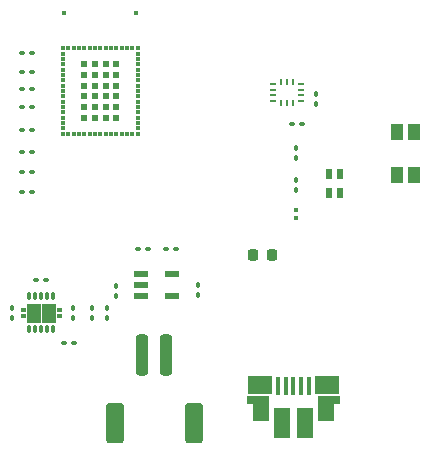
<source format=gbr>
%TF.GenerationSoftware,KiCad,Pcbnew,8.0.4*%
%TF.CreationDate,2025-10-30T08:56:40-04:00*%
%TF.ProjectId,Official Schematic,4f666669-6369-4616-9c20-536368656d61,rev?*%
%TF.SameCoordinates,Original*%
%TF.FileFunction,Paste,Top*%
%TF.FilePolarity,Positive*%
%FSLAX46Y46*%
G04 Gerber Fmt 4.6, Leading zero omitted, Abs format (unit mm)*
G04 Created by KiCad (PCBNEW 8.0.4) date 2025-10-30 08:56:40*
%MOMM*%
%LPD*%
G01*
G04 APERTURE LIST*
G04 Aperture macros list*
%AMRoundRect*
0 Rectangle with rounded corners*
0 $1 Rounding radius*
0 $2 $3 $4 $5 $6 $7 $8 $9 X,Y pos of 4 corners*
0 Add a 4 corners polygon primitive as box body*
4,1,4,$2,$3,$4,$5,$6,$7,$8,$9,$2,$3,0*
0 Add four circle primitives for the rounded corners*
1,1,$1+$1,$2,$3*
1,1,$1+$1,$4,$5*
1,1,$1+$1,$6,$7*
1,1,$1+$1,$8,$9*
0 Add four rect primitives between the rounded corners*
20,1,$1+$1,$2,$3,$4,$5,0*
20,1,$1+$1,$4,$5,$6,$7,0*
20,1,$1+$1,$6,$7,$8,$9,0*
20,1,$1+$1,$8,$9,$2,$3,0*%
G04 Aperture macros list end*
%ADD10C,0.010000*%
%ADD11RoundRect,0.090000X0.090000X-0.139000X0.090000X0.139000X-0.090000X0.139000X-0.090000X-0.139000X0*%
%ADD12RoundRect,0.250000X-0.250000X-1.500000X0.250000X-1.500000X0.250000X1.500000X-0.250000X1.500000X0*%
%ADD13RoundRect,0.250001X-0.499999X-1.449999X0.499999X-1.449999X0.499999X1.449999X-0.499999X1.449999X0*%
%ADD14RoundRect,0.090000X0.139000X0.090000X-0.139000X0.090000X-0.139000X-0.090000X0.139000X-0.090000X0*%
%ADD15RoundRect,0.090000X-0.139000X-0.090000X0.139000X-0.090000X0.139000X0.090000X-0.139000X0.090000X0*%
%ADD16R,1.050000X1.400000*%
%ADD17RoundRect,0.090000X-0.090000X0.139000X-0.090000X-0.139000X0.090000X-0.139000X0.090000X0.139000X0*%
%ADD18RoundRect,0.030000X0.090000X-0.270000X0.090000X0.270000X-0.090000X0.270000X-0.090000X-0.270000X0*%
%ADD19R,1.270000X0.558800*%
%ADD20R,0.350000X0.350000*%
%ADD21R,0.350000X0.300000*%
%ADD22R,0.300000X0.350000*%
%ADD23R,0.600000X0.600000*%
%ADD24R,0.430000X0.430000*%
%ADD25R,0.558800X0.812800*%
%ADD26R,0.400000X1.650000*%
%ADD27R,1.825000X0.700000*%
%ADD28R,2.000000X1.500000*%
%ADD29R,1.350000X2.000000*%
%ADD30R,1.430000X2.500000*%
%ADD31RoundRect,0.079500X-0.100500X0.079500X-0.100500X-0.079500X0.100500X-0.079500X0.100500X0.079500X0*%
%ADD32RoundRect,0.218750X0.218750X0.256250X-0.218750X0.256250X-0.218750X-0.256250X0.218750X-0.256250X0*%
%ADD33R,0.475000X0.250000*%
%ADD34R,0.250000X0.475000*%
G04 APERTURE END LIST*
D10*
%TO.C,U1*%
X126952005Y-105775000D02*
X126612005Y-105775000D01*
X126612005Y-105525000D01*
X126952005Y-105525000D01*
X126952005Y-105775000D01*
G36*
X126952005Y-105775000D02*
G01*
X126612005Y-105775000D01*
X126612005Y-105525000D01*
X126952005Y-105525000D01*
X126952005Y-105775000D01*
G37*
X126952005Y-106275000D02*
X126612005Y-106275000D01*
X126612005Y-106025000D01*
X126952005Y-106025000D01*
X126952005Y-106275000D01*
G36*
X126952005Y-106275000D02*
G01*
X126612005Y-106275000D01*
X126612005Y-106025000D01*
X126952005Y-106025000D01*
X126952005Y-106275000D01*
G37*
X128212005Y-106650000D02*
X127152005Y-106650000D01*
X127152005Y-105150000D01*
X128212005Y-105150000D01*
X128212005Y-106650000D01*
G36*
X128212005Y-106650000D02*
G01*
X127152005Y-106650000D01*
X127152005Y-105150000D01*
X128212005Y-105150000D01*
X128212005Y-106650000D01*
G37*
X129472005Y-106650000D02*
X128412005Y-106650000D01*
X128412005Y-105150000D01*
X129472005Y-105150000D01*
X129472005Y-106650000D01*
G36*
X129472005Y-106650000D02*
G01*
X128412005Y-106650000D01*
X128412005Y-105150000D01*
X129472005Y-105150000D01*
X129472005Y-106650000D01*
G37*
X130012005Y-105775000D02*
X129672005Y-105775000D01*
X129672005Y-105525000D01*
X130012005Y-105525000D01*
X130012005Y-105775000D01*
G36*
X130012005Y-105775000D02*
G01*
X129672005Y-105775000D01*
X129672005Y-105525000D01*
X130012005Y-105525000D01*
X130012005Y-105775000D01*
G37*
X130012005Y-106275000D02*
X129672005Y-106275000D01*
X129672005Y-106025000D01*
X130012005Y-106025000D01*
X130012005Y-106275000D01*
G36*
X130012005Y-106275000D02*
G01*
X129672005Y-106275000D01*
X129672005Y-106025000D01*
X130012005Y-106025000D01*
X130012005Y-106275000D01*
G37*
%TD*%
D11*
%TO.C,C3*%
X132586270Y-106332500D03*
X132586270Y-105467500D03*
%TD*%
D12*
%TO.C,J1*%
X136893770Y-109492500D03*
X138893770Y-109492500D03*
D13*
X134543770Y-115242500D03*
X141243770Y-115242500D03*
%TD*%
D14*
%TO.C,R2*%
X139758770Y-100492500D03*
X138893770Y-100492500D03*
%TD*%
D15*
%TO.C,R1*%
X130261270Y-108500000D03*
X131126270Y-108500000D03*
%TD*%
D14*
%TO.C,C9*%
X150432500Y-89900000D03*
X149567500Y-89900000D03*
%TD*%
D16*
%TO.C,S1*%
X158436270Y-94200000D03*
X158436270Y-90600000D03*
X159886270Y-94200000D03*
X159886270Y-90600000D03*
%TD*%
D17*
%TO.C,R4*%
X149936348Y-91928602D03*
X149936348Y-92793602D03*
%TD*%
D11*
%TO.C,C15*%
X151600000Y-88265000D03*
X151600000Y-87400000D03*
%TD*%
D14*
%TO.C,FB1*%
X127543770Y-83900000D03*
X126678770Y-83900000D03*
%TD*%
%TO.C,R3*%
X137393770Y-100492500D03*
X136528770Y-100492500D03*
%TD*%
D17*
%TO.C,R5*%
X149936348Y-94678602D03*
X149936348Y-95543602D03*
%TD*%
D11*
%TO.C,C5*%
X133886270Y-106332500D03*
X133886270Y-105467500D03*
%TD*%
D18*
%TO.C,U1*%
X127312005Y-107300000D03*
X127812005Y-107300000D03*
X128312005Y-107300000D03*
X128812005Y-107300000D03*
X129312005Y-107300000D03*
X129312005Y-104500000D03*
X128812005Y-104500000D03*
X128312005Y-104500000D03*
X127812005Y-104500000D03*
X127312005Y-104500000D03*
%TD*%
D14*
%TO.C,L1*%
X128718770Y-103100000D03*
X127853770Y-103100000D03*
%TD*%
D19*
%TO.C,U2*%
X136802970Y-102612900D03*
X136802970Y-103552700D03*
X136802970Y-104492500D03*
X139393770Y-104492500D03*
X139393770Y-102612900D03*
%TD*%
D20*
%TO.C,U4*%
X130161270Y-83500000D03*
D21*
X130161270Y-83975000D03*
X130161270Y-84425000D03*
X130161270Y-84875000D03*
X130161270Y-85325000D03*
X130161270Y-85775000D03*
X130161270Y-86225000D03*
X130161270Y-86675000D03*
X130161270Y-87125000D03*
X130161270Y-87575000D03*
X130161270Y-88025000D03*
X130161270Y-88475000D03*
X130161270Y-88925000D03*
X130161270Y-89375000D03*
X130161270Y-89825000D03*
X130161270Y-90275000D03*
D20*
X130161270Y-90750000D03*
D22*
X130636270Y-90750000D03*
X131086270Y-90750000D03*
X131536270Y-90750000D03*
X131986270Y-90750000D03*
X132436270Y-90750000D03*
X132886270Y-90750000D03*
X133336270Y-90750000D03*
X133786270Y-90750000D03*
X134236270Y-90750000D03*
X134686270Y-90750000D03*
X135136270Y-90750000D03*
X135586270Y-90750000D03*
X136036270Y-90750000D03*
D20*
X136511270Y-90750000D03*
D21*
X136511270Y-90275000D03*
X136511270Y-89825000D03*
X136511270Y-89375000D03*
X136511270Y-88925000D03*
X136511270Y-88475000D03*
X136511270Y-88025000D03*
X136511270Y-87575000D03*
X136511270Y-87125000D03*
X136511270Y-86675000D03*
X136511270Y-86225000D03*
X136511270Y-85775000D03*
X136511270Y-85325000D03*
X136511270Y-84875000D03*
X136511270Y-84425000D03*
X136511270Y-83975000D03*
D20*
X136511270Y-83500000D03*
D22*
X136036270Y-83500000D03*
X135586270Y-83500000D03*
X135136270Y-83500000D03*
X134686270Y-83500000D03*
X134236270Y-83500000D03*
X133786270Y-83500000D03*
X133336270Y-83500000D03*
X132886270Y-83500000D03*
X132436270Y-83500000D03*
X131986270Y-83500000D03*
X131536270Y-83500000D03*
X131086270Y-83500000D03*
X130636270Y-83500000D03*
D23*
X131986270Y-84875000D03*
X131986270Y-85775000D03*
X131986270Y-86675000D03*
X131986270Y-87575000D03*
X131986270Y-88475000D03*
X131986270Y-89375000D03*
X132886270Y-89375000D03*
X133786270Y-89375000D03*
X134686270Y-89375000D03*
X134686270Y-88475000D03*
X134686270Y-87575000D03*
X134686270Y-86675000D03*
X134686270Y-85775000D03*
X134686270Y-84875000D03*
X133786270Y-84875000D03*
X132886270Y-84875000D03*
X132886270Y-85775000D03*
X132886270Y-86675000D03*
X132886270Y-87575000D03*
X132886270Y-88475000D03*
X133786270Y-88475000D03*
X133786270Y-87575000D03*
X133786270Y-86675000D03*
X133786270Y-85775000D03*
D24*
X130286270Y-80540000D03*
X136386270Y-80540000D03*
%TD*%
D25*
%TO.C,D2*%
X152686348Y-94193600D03*
X153586270Y-94193600D03*
X153586270Y-95793602D03*
X152686348Y-95793602D03*
%TD*%
D15*
%TO.C,C12*%
X126721270Y-95700000D03*
X127586270Y-95700000D03*
%TD*%
D26*
%TO.C,J5*%
X148363770Y-112112500D03*
X149013770Y-112112500D03*
X149663770Y-112112500D03*
X150313770Y-112112500D03*
X150963770Y-112112500D03*
D27*
X146713770Y-113312500D03*
D28*
X146813770Y-112012500D03*
D29*
X146933770Y-114062500D03*
D30*
X148703770Y-115262500D03*
X150623770Y-115262500D03*
D29*
X152413770Y-114062500D03*
D28*
X152563770Y-111992500D03*
D27*
X152663770Y-113312500D03*
%TD*%
D31*
%TO.C,R6*%
X149936348Y-97200000D03*
X149936348Y-97890000D03*
%TD*%
D14*
%TO.C,C7*%
X127586270Y-86950000D03*
X126721270Y-86950000D03*
%TD*%
%TO.C,C13*%
X127586270Y-90450000D03*
X126721270Y-90450000D03*
%TD*%
D11*
%TO.C,C14*%
X125886270Y-106332500D03*
X125886270Y-105467500D03*
%TD*%
D17*
%TO.C,C2*%
X130986270Y-105467500D03*
X130986270Y-106332500D03*
%TD*%
D14*
%TO.C,C6*%
X127561270Y-85500000D03*
X126696270Y-85500000D03*
%TD*%
D32*
%TO.C,D1*%
X147875000Y-100992500D03*
X146300000Y-100992500D03*
%TD*%
D11*
%TO.C,C1*%
X141643770Y-104425000D03*
X141643770Y-103560000D03*
%TD*%
D15*
%TO.C,C10*%
X126721270Y-92300000D03*
X127586270Y-92300000D03*
%TD*%
%TO.C,C11*%
X126721270Y-93950000D03*
X127586270Y-93950000D03*
%TD*%
D11*
%TO.C,C4*%
X134643770Y-104517500D03*
X134643770Y-103652500D03*
%TD*%
D33*
%TO.C,U3*%
X147961270Y-86500000D03*
X147961270Y-87000000D03*
X147961270Y-87500000D03*
X147961270Y-88000000D03*
D34*
X148623770Y-88162500D03*
X149123770Y-88162500D03*
X149623770Y-88162500D03*
D33*
X150286270Y-88000000D03*
X150286270Y-87500000D03*
X150286270Y-87000000D03*
X150286270Y-86500000D03*
D34*
X149623770Y-86337500D03*
X149123770Y-86337500D03*
X148623770Y-86337500D03*
%TD*%
D14*
%TO.C,C8*%
X127586270Y-88450000D03*
X126721270Y-88450000D03*
%TD*%
M02*

</source>
